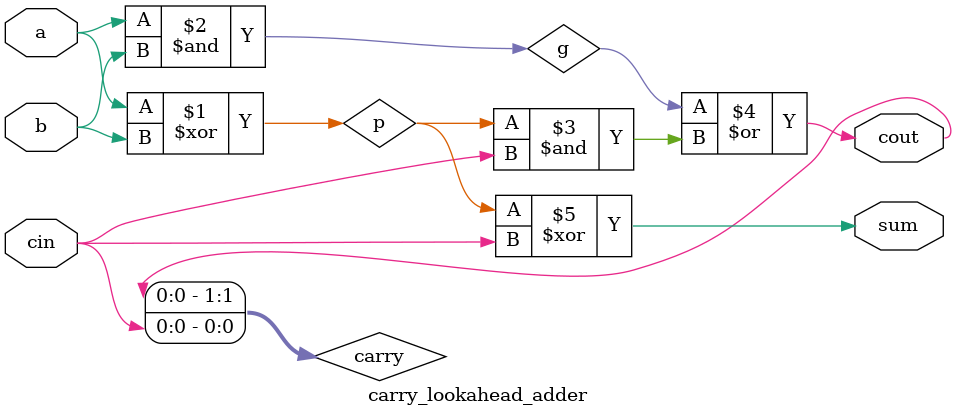
<source format=v>
module carry_lookahead_adder #(parameter N = 1) (
    input wire [N-1:0] a, 
    input wire [N-1:0] b, 
    input wire cin,
    output wire [N-1:0] sum, 
    output wire cout
);
    wire [N-1:0] p, g; // Propagate, Generate signals
    wire [N:0] carry; // Carry signals
    assign carry[0] = cin;
    assign p = a ^ b;
    assign g = a & b;

    genvar i;
    generate
        for (i = 0; i < N; i = i + 1) begin : carry_lookahead_adder_gen
            assign carry[i+1] = g[i] | (p[i] & carry[i]);
            assign sum[i] = p[i] ^ carry[i];
        end
    endgenerate

    assign cout = carry[N];
endmodule
</source>
